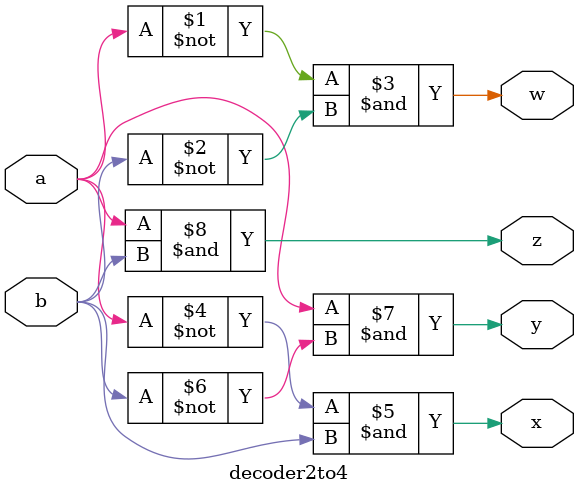
<source format=v>
`timescale 1ns / 1ps

module decoder2to4(
a, b, w, x, y, z
    );
    
    input a, b;
    output w, x, y, z;
    
    assign w = (~a) & (~b);
    assign x = (~a) & b;
    assign y = a & (~b);
    assign z = a & b;
    
endmodule

</source>
